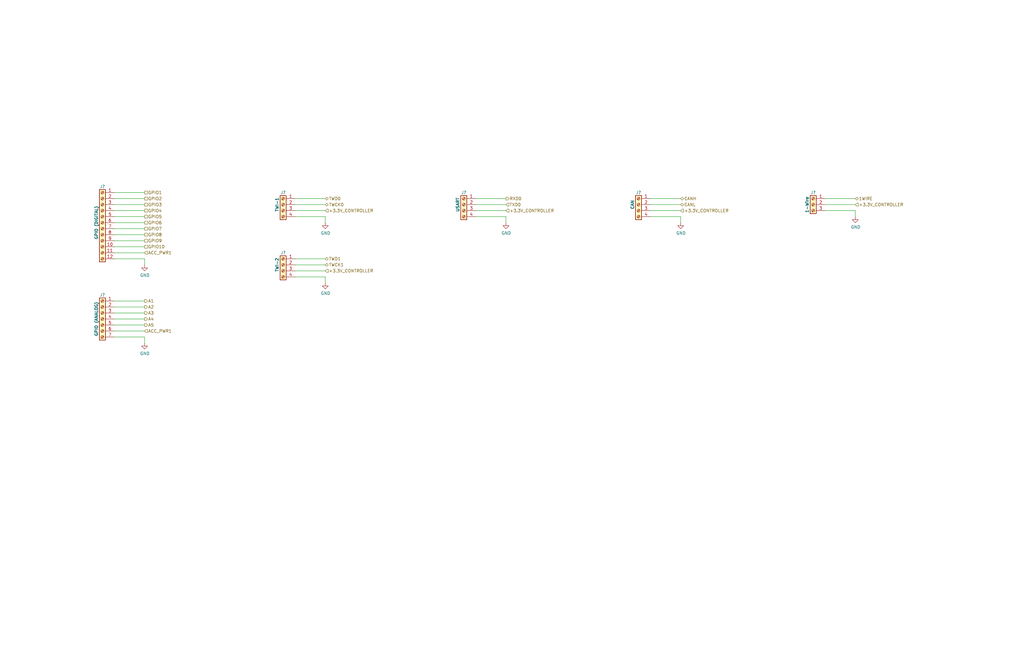
<source format=kicad_sch>
(kicad_sch (version 20230121) (generator eeschema)
  (paper "B")
  (title_block (title "Power Distribution Board, Dionysus") (rev "alpha") (comment 1 "J. LENDI") (comment 2 "PROTOTYPE - ALPHA"))
  (lib_symbols
    (symbol "Connector:Screw_Terminal_01x03" (pin_names (offset 1.016) hide)
      (property "Reference" "J" (at 0 5.08 0))
      (property "Value" "Screw_Terminal_01x03" (at 0 -5.08 0))
      (symbol "Screw_Terminal_01x03_1_1"
        (rectangle (start -1.27 3.81) (end 1.27 -3.81) (stroke (width 0.254)) (fill (type background)))
        (circle (center 0 -2.54) (radius 0.635) (stroke (width 0.1524)))
        (polyline (pts (xy -0.5334 -2.2098) (xy 0.3302 -3.048)) (stroke (width 0.1524)))
        (polyline (pts (xy -0.5334 0.3302) (xy 0.3302 -0.508)) (stroke (width 0.1524)))
        (polyline (pts (xy -0.5334 2.8702) (xy 0.3302 2.032)) (stroke (width 0.1524)))
        (polyline (pts (xy -0.3556 -2.032) (xy 0.508 -2.8702)) (stroke (width 0.1524)))
        (polyline (pts (xy -0.3556 0.508) (xy 0.508 -0.3302)) (stroke (width 0.1524)))
        (polyline (pts (xy -0.3556 3.048) (xy 0.508 2.2098)) (stroke (width 0.1524)))
        (circle (center 0 0) (radius 0.635) (stroke (width 0.1524)))
        (circle (center 0 2.54) (radius 0.635) (stroke (width 0.1524)))
        (pin passive line (at -5.08 2.54 0) (length 3.81) (name "Pin_1") (number "1"))
        (pin passive line (at -5.08 0 0) (length 3.81) (name "Pin_2") (number "2"))
        (pin passive line (at -5.08 -2.54 0) (length 3.81) (name "Pin_3") (number "3"))
      )
    )
    (symbol "Connector:Screw_Terminal_01x04" (pin_names (offset 1.016) hide)
      (property "Reference" "J" (at 0 5.08 0))
      (property "Value" "Screw_Terminal_01x04" (at 0 -7.62 0))
      (symbol "Screw_Terminal_01x04_1_1"
        (rectangle (start -1.27 3.81) (end 1.27 -6.35) (stroke (width 0.254)) (fill (type background)))
        (circle (center 0 -5.08) (radius 0.635) (stroke (width 0.1524)))
        (circle (center 0 -2.54) (radius 0.635) (stroke (width 0.1524)))
        (polyline (pts (xy -0.5334 -4.7498) (xy 0.3302 -5.588)) (stroke (width 0.1524)))
        (polyline (pts (xy -0.5334 -2.2098) (xy 0.3302 -3.048)) (stroke (width 0.1524)))
        (polyline (pts (xy -0.5334 0.3302) (xy 0.3302 -0.508)) (stroke (width 0.1524)))
        (polyline (pts (xy -0.5334 2.8702) (xy 0.3302 2.032)) (stroke (width 0.1524)))
        (polyline (pts (xy -0.3556 -4.572) (xy 0.508 -5.4102)) (stroke (width 0.1524)))
        (polyline (pts (xy -0.3556 -2.032) (xy 0.508 -2.8702)) (stroke (width 0.1524)))
        (polyline (pts (xy -0.3556 0.508) (xy 0.508 -0.3302)) (stroke (width 0.1524)))
        (polyline (pts (xy -0.3556 3.048) (xy 0.508 2.2098)) (stroke (width 0.1524)))
        (circle (center 0 0) (radius 0.635) (stroke (width 0.1524)))
        (circle (center 0 2.54) (radius 0.635) (stroke (width 0.1524)))
        (pin passive line (at -5.08 2.54 0) (length 3.81) (name "Pin_1") (number "1"))
        (pin passive line (at -5.08 0 0) (length 3.81) (name "Pin_2") (number "2"))
        (pin passive line (at -5.08 -2.54 0) (length 3.81) (name "Pin_3") (number "3"))
        (pin passive line (at -5.08 -5.08 0) (length 3.81) (name "Pin_4") (number "4"))
      )
    )
    (symbol "Connector:Screw_Terminal_01x07" (pin_names (offset 1.016) hide)
      (property "Reference" "J" (at 0 10.16 0))
      (property "Value" "Screw_Terminal_01x07" (at 0 -10.16 0))
      (symbol "Screw_Terminal_01x07_1_1"
        (rectangle (start -1.27 8.89) (end 1.27 -8.89) (stroke (width 0.254)) (fill (type background)))
        (circle (center 0 -7.62) (radius 0.635) (stroke (width 0.1524)))
        (circle (center 0 -5.08) (radius 0.635) (stroke (width 0.1524)))
        (circle (center 0 -2.54) (radius 0.635) (stroke (width 0.1524)))
        (polyline (pts (xy -0.5334 -7.2898) (xy 0.3302 -8.128)) (stroke (width 0.1524)))
        (polyline (pts (xy -0.5334 -4.7498) (xy 0.3302 -5.588)) (stroke (width 0.1524)))
        (polyline (pts (xy -0.5334 -2.2098) (xy 0.3302 -3.048)) (stroke (width 0.1524)))
        (polyline (pts (xy -0.5334 0.3302) (xy 0.3302 -0.508)) (stroke (width 0.1524)))
        (polyline (pts (xy -0.5334 2.8702) (xy 0.3302 2.032)) (stroke (width 0.1524)))
        (polyline (pts (xy -0.5334 5.4102) (xy 0.3302 4.572)) (stroke (width 0.1524)))
        (polyline (pts (xy -0.5334 7.9502) (xy 0.3302 7.112)) (stroke (width 0.1524)))
        (polyline (pts (xy -0.3556 -7.112) (xy 0.508 -7.9502)) (stroke (width 0.1524)))
        (polyline (pts (xy -0.3556 -4.572) (xy 0.508 -5.4102)) (stroke (width 0.1524)))
        (polyline (pts (xy -0.3556 -2.032) (xy 0.508 -2.8702)) (stroke (width 0.1524)))
        (polyline (pts (xy -0.3556 0.508) (xy 0.508 -0.3302)) (stroke (width 0.1524)))
        (polyline (pts (xy -0.3556 3.048) (xy 0.508 2.2098)) (stroke (width 0.1524)))
        (polyline (pts (xy -0.3556 5.588) (xy 0.508 4.7498)) (stroke (width 0.1524)))
        (polyline (pts (xy -0.3556 8.128) (xy 0.508 7.2898)) (stroke (width 0.1524)))
        (circle (center 0 0) (radius 0.635) (stroke (width 0.1524)))
        (circle (center 0 2.54) (radius 0.635) (stroke (width 0.1524)))
        (circle (center 0 5.08) (radius 0.635) (stroke (width 0.1524)))
        (circle (center 0 7.62) (radius 0.635) (stroke (width 0.1524)))
        (pin passive line (at -5.08 7.62 0) (length 3.81) (name "Pin_1") (number "1"))
        (pin passive line (at -5.08 5.08 0) (length 3.81) (name "Pin_2") (number "2"))
        (pin passive line (at -5.08 2.54 0) (length 3.81) (name "Pin_3") (number "3"))
        (pin passive line (at -5.08 0 0) (length 3.81) (name "Pin_4") (number "4"))
        (pin passive line (at -5.08 -2.54 0) (length 3.81) (name "Pin_5") (number "5"))
        (pin passive line (at -5.08 -5.08 0) (length 3.81) (name "Pin_6") (number "6"))
        (pin passive line (at -5.08 -7.62 0) (length 3.81) (name "Pin_7") (number "7"))
      )
    )
    (symbol "Connector:Screw_Terminal_01x12" (pin_names (offset 1.016) hide)
      (property "Reference" "J" (at 0 15.24 0))
      (property "Value" "Screw_Terminal_01x12" (at 0 -17.78 0))
      (symbol "Screw_Terminal_01x12_1_1"
        (rectangle (start -1.27 13.97) (end 1.27 -16.51) (stroke (width 0.254)) (fill (type background)))
        (circle (center 0 -15.24) (radius 0.635) (stroke (width 0.1524)))
        (circle (center 0 -12.7) (radius 0.635) (stroke (width 0.1524)))
        (circle (center 0 -10.16) (radius 0.635) (stroke (width 0.1524)))
        (circle (center 0 -7.62) (radius 0.635) (stroke (width 0.1524)))
        (circle (center 0 -5.08) (radius 0.635) (stroke (width 0.1524)))
        (circle (center 0 -2.54) (radius 0.635) (stroke (width 0.1524)))
        (polyline (pts (xy -0.5334 -14.9098) (xy 0.3302 -15.748)) (stroke (width 0.1524)))
        (polyline (pts (xy -0.5334 -12.3698) (xy 0.3302 -13.208)) (stroke (width 0.1524)))
        (polyline (pts (xy -0.5334 -9.8298) (xy 0.3302 -10.668)) (stroke (width 0.1524)))
        (polyline (pts (xy -0.5334 -7.2898) (xy 0.3302 -8.128)) (stroke (width 0.1524)))
        (polyline (pts (xy -0.5334 -4.7498) (xy 0.3302 -5.588)) (stroke (width 0.1524)))
        (polyline (pts (xy -0.5334 -2.2098) (xy 0.3302 -3.048)) (stroke (width 0.1524)))
        (polyline (pts (xy -0.5334 0.3302) (xy 0.3302 -0.508)) (stroke (width 0.1524)))
        (polyline (pts (xy -0.5334 2.8702) (xy 0.3302 2.032)) (stroke (width 0.1524)))
        (polyline (pts (xy -0.5334 5.4102) (xy 0.3302 4.572)) (stroke (width 0.1524)))
        (polyline (pts (xy -0.5334 7.9502) (xy 0.3302 7.112)) (stroke (width 0.1524)))
        (polyline (pts (xy -0.5334 10.4902) (xy 0.3302 9.652)) (stroke (width 0.1524)))
        (polyline (pts (xy -0.5334 13.0302) (xy 0.3302 12.192)) (stroke (width 0.1524)))
        (polyline (pts (xy -0.3556 -14.732) (xy 0.508 -15.5702)) (stroke (width 0.1524)))
        (polyline (pts (xy -0.3556 -12.192) (xy 0.508 -13.0302)) (stroke (width 0.1524)))
        (polyline (pts (xy -0.3556 -9.652) (xy 0.508 -10.4902)) (stroke (width 0.1524)))
        (polyline (pts (xy -0.3556 -7.112) (xy 0.508 -7.9502)) (stroke (width 0.1524)))
        (polyline (pts (xy -0.3556 -4.572) (xy 0.508 -5.4102)) (stroke (width 0.1524)))
        (polyline (pts (xy -0.3556 -2.032) (xy 0.508 -2.8702)) (stroke (width 0.1524)))
        (polyline (pts (xy -0.3556 0.508) (xy 0.508 -0.3302)) (stroke (width 0.1524)))
        (polyline (pts (xy -0.3556 3.048) (xy 0.508 2.2098)) (stroke (width 0.1524)))
        (polyline (pts (xy -0.3556 5.588) (xy 0.508 4.7498)) (stroke (width 0.1524)))
        (polyline (pts (xy -0.3556 8.128) (xy 0.508 7.2898)) (stroke (width 0.1524)))
        (polyline (pts (xy -0.3556 10.668) (xy 0.508 9.8298)) (stroke (width 0.1524)))
        (polyline (pts (xy -0.3556 13.208) (xy 0.508 12.3698)) (stroke (width 0.1524)))
        (circle (center 0 0) (radius 0.635) (stroke (width 0.1524)))
        (circle (center 0 2.54) (radius 0.635) (stroke (width 0.1524)))
        (circle (center 0 5.08) (radius 0.635) (stroke (width 0.1524)))
        (circle (center 0 7.62) (radius 0.635) (stroke (width 0.1524)))
        (circle (center 0 10.16) (radius 0.635) (stroke (width 0.1524)))
        (circle (center 0 12.7) (radius 0.635) (stroke (width 0.1524)))
        (pin passive line (at -5.08 12.7 0) (length 3.81) (name "Pin_1") (number "1"))
        (pin passive line (at -5.08 -10.16 0) (length 3.81) (name "Pin_10") (number "10"))
        (pin passive line (at -5.08 -12.7 0) (length 3.81) (name "Pin_11") (number "11"))
        (pin passive line (at -5.08 -15.24 0) (length 3.81) (name "Pin_12") (number "12"))
        (pin passive line (at -5.08 10.16 0) (length 3.81) (name "Pin_2") (number "2"))
        (pin passive line (at -5.08 7.62 0) (length 3.81) (name "Pin_3") (number "3"))
        (pin passive line (at -5.08 5.08 0) (length 3.81) (name "Pin_4") (number "4"))
        (pin passive line (at -5.08 2.54 0) (length 3.81) (name "Pin_5") (number "5"))
        (pin passive line (at -5.08 0 0) (length 3.81) (name "Pin_6") (number "6"))
        (pin passive line (at -5.08 -2.54 0) (length 3.81) (name "Pin_7") (number "7"))
        (pin passive line (at -5.08 -5.08 0) (length 3.81) (name "Pin_8") (number "8"))
        (pin passive line (at -5.08 -7.62 0) (length 3.81) (name "Pin_9") (number "9"))
      )
    )
    (symbol "power:GND" (power) (pin_names (offset 0))
      (property "Value" "GND" (at 0 -3.81 0))
      (symbol "GND_0_1"
        (polyline (pts (xy 0 0) (xy 0 -1.27) (xy 1.27 -1.27) (xy 0 -2.54) (xy -1.27 -1.27) (xy 0 -1.27)))
      )
      (symbol "GND_1_1"
        (pin power_in line (at 0 0 270) (length 0) hide (name "GND") (number "1"))
      )
    )
  )
  (wire (pts (xy 48.26 132.08) (xy 60.96 132.08)))
  (wire (pts (xy 48.26 101.6) (xy 60.96 101.6)))
  (wire (pts (xy 48.26 99.06) (xy 60.96 99.06)))
  (wire (pts (xy 274.32 91.44) (xy 287.02 91.44)))
  (wire (pts (xy 48.26 139.7) (xy 60.96 139.7)))
  (wire (pts (xy 124.46 83.82) (xy 137.16 83.82)))
  (wire (pts (xy 48.26 104.14) (xy 60.96 104.14)))
  (wire (pts (xy 200.66 91.44) (xy 213.36 91.44)))
  (wire (pts (xy 48.26 109.22) (xy 60.96 109.22)))
  (wire (pts (xy 287.02 93.98) (xy 287.02 91.44)))
  (wire (pts (xy 124.46 88.9) (xy 137.16 88.9)))
  (wire (pts (xy 347.98 86.36) (xy 360.68 86.36)))
  (wire (pts (xy 48.26 93.98) (xy 60.96 93.98)))
  (wire (pts (xy 124.46 109.22) (xy 137.16 109.22)))
  (wire (pts (xy 124.46 111.76) (xy 137.16 111.76)))
  (wire (pts (xy 48.26 129.54) (xy 60.96 129.54)))
  (wire (pts (xy 360.68 91.44) (xy 360.68 88.9)))
  (wire (pts (xy 48.26 88.9) (xy 60.96 88.9)))
  (wire (pts (xy 124.46 116.84) (xy 137.16 116.84)))
  (wire (pts (xy 48.26 91.44) (xy 60.96 91.44)))
  (wire (pts (xy 124.46 91.44) (xy 137.16 91.44)))
  (wire (pts (xy 60.96 144.78) (xy 60.96 142.24)))
  (wire (pts (xy 124.46 86.36) (xy 137.16 86.36)))
  (wire (pts (xy 48.26 106.68) (xy 60.96 106.68)))
  (wire (pts (xy 124.46 114.3) (xy 137.16 114.3)))
  (wire (pts (xy 347.98 83.82) (xy 360.68 83.82)))
  (wire (pts (xy 200.66 86.36) (xy 213.36 86.36)))
  (wire (pts (xy 48.26 127) (xy 60.96 127)))
  (wire (pts (xy 137.16 93.98) (xy 137.16 91.44)))
  (wire (pts (xy 347.98 88.9) (xy 360.68 88.9)))
  (wire (pts (xy 213.36 93.98) (xy 213.36 91.44)))
  (wire (pts (xy 274.32 88.9) (xy 287.02 88.9)))
  (wire (pts (xy 48.26 86.36) (xy 60.96 86.36)))
  (wire (pts (xy 200.66 88.9) (xy 213.36 88.9)))
  (wire (pts (xy 274.32 83.82) (xy 287.02 83.82)))
  (wire (pts (xy 48.26 134.62) (xy 60.96 134.62)))
  (wire (pts (xy 274.32 86.36) (xy 287.02 86.36)))
  (wire (pts (xy 48.26 83.82) (xy 60.96 83.82)))
  (wire (pts (xy 137.16 119.38) (xy 137.16 116.84)))
  (wire (pts (xy 200.66 83.82) (xy 213.36 83.82)))
  (wire (pts (xy 48.26 137.16) (xy 60.96 137.16)))
  (wire (pts (xy 48.26 142.24) (xy 60.96 142.24)))
  (wire (pts (xy 48.26 81.28) (xy 60.96 81.28)))
  (wire (pts (xy 48.26 96.52) (xy 60.96 96.52)))
  (wire (pts (xy 60.96 111.76) (xy 60.96 109.22)))
  (hierarchical_label "GPIO1" (shape passive) (at 60.96 81.28 0))
  (hierarchical_label "TXD0" (shape input) (at 213.36 86.36 0))
  (hierarchical_label "A2" (shape output) (at 60.96 129.54 0))
  (hierarchical_label "+3.3V_CONTROLLER" (shape input) (at 137.16 114.3 0))
  (hierarchical_label "GPIO4" (shape passive) (at 60.96 88.9 0))
  (hierarchical_label "TWD1" (shape bidirectional) (at 137.16 109.22 0))
  (hierarchical_label "TWCK1" (shape bidirectional) (at 137.16 111.76 0))
  (hierarchical_label "CANH" (shape bidirectional) (at 287.02 83.82 0))
  (hierarchical_label "RXD0" (shape output) (at 213.36 83.82 0))
  (hierarchical_label "1WIRE" (shape bidirectional) (at 360.68 83.82 0))
  (hierarchical_label "TWCK0" (shape bidirectional) (at 137.16 86.36 0))
  (hierarchical_label "A5" (shape output) (at 60.96 137.16 0))
  (hierarchical_label "+3.3V_CONTROLLER" (shape input) (at 360.68 86.36 0))
  (hierarchical_label "GPIO5" (shape passive) (at 60.96 91.44 0))
  (hierarchical_label "GPIO3" (shape passive) (at 60.96 86.36 0))
  (hierarchical_label "A3" (shape output) (at 60.96 132.08 0))
  (hierarchical_label "GPIO10" (shape passive) (at 60.96 104.14 0))
  (hierarchical_label "GPIO9" (shape passive) (at 60.96 101.6 0))
  (hierarchical_label "GPIO7" (shape passive) (at 60.96 96.52 0))
  (hierarchical_label "GPIO8" (shape passive) (at 60.96 99.06 0))
  (hierarchical_label "A4" (shape output) (at 60.96 134.62 0))
  (hierarchical_label "GPIO2" (shape passive) (at 60.96 83.82 0))
  (hierarchical_label "+3.3V_CONTROLLER" (shape input) (at 213.36 88.9 0))
  (hierarchical_label "GPIO6" (shape passive) (at 60.96 93.98 0))
  (hierarchical_label "ACC_PWR1" (shape input) (at 60.96 106.68 0))
  (hierarchical_label "CANL" (shape bidirectional) (at 287.02 86.36 0))
  (hierarchical_label "ACC_PWR1" (shape input) (at 60.96 139.7 0))
  (hierarchical_label "+3.3V_CONTROLLER" (shape input) (at 287.02 88.9 0))
  (hierarchical_label "+3.3V_CONTROLLER" (shape input) (at 137.16 88.9 0))
  (hierarchical_label "A1" (shape output) (at 60.96 127 0))
  (hierarchical_label "TWD0" (shape bidirectional) (at 137.16 83.82 0))
  (symbol (lib_id "power:GND") (at 137.16 93.98 0) (unit 1)
    (property "Reference" "#PWR053" (effects hide))
    (property "Value" "GND" (at 137.287 98.3742 0))
    (instances (project "Dionysus-Power Distribution Board" (path "" (reference "#PWR053") (unit 1))) (project "Power Distribution Board" (path "" (reference "#PWR0176") (unit 1))))
  )
  (symbol (lib_id "power:GND") (at 360.68 91.44 0) (unit 1)
    (property "Reference" "#PWR057" (effects hide))
    (property "Value" "GND" (at 360.807 95.8342 0))
    (instances (project "Dionysus-Power Distribution Board" (path "" (reference "#PWR057") (unit 1))) (project "Power Distribution Board" (path "" (reference "#PWR0180") (unit 1))))
  )
  (symbol (lib_id "power:GND") (at 137.16 119.38 0) (unit 1)
    (property "Reference" "#PWR054" (effects hide))
    (property "Value" "GND" (at 137.287 123.7742 0))
    (instances (project "Dionysus-Power Distribution Board" (path "" (reference "#PWR054") (unit 1))) (project "Power Distribution Board" (path "" (reference "#PWR0177") (unit 1))))
  )
  (symbol (lib_id "Connector:Screw_Terminal_01x03") (at 342.9 86.36 0) (mirror y) (unit 1)
    (property "Reference" "J?" (at 342.9 81.28 0))
    (property "Value" "1-Wire" (at 340.36 86.36 90) (effects (font bold)))
    (property "Footprint" "TerminalBlock_Phoenix:TerminalBlock_Phoenix_MKDS-1,5-3_1x03_P5.00mm_Horizontal" (effects hide))
    (instances (project "Dionysus-Power Distribution Board" (path "" (reference "J?") (unit 1))) (project "Power Distribution Board" (path "" (reference "J33") (unit 1))))
  )
  (symbol (lib_id "Connector:Screw_Terminal_01x04") (at 195.58 86.36 0) (mirror y) (unit 1)
    (property "Reference" "J?" (at 195.58 81.28 0))
    (property "Value" "USART" (at 193.04 86.36 90) (effects (font bold)))
    (instances (project "Dionysus-Power Distribution Board" (path "" (reference "J?") (unit 1))) (project "Power Distribution Board" (path "" (reference "J6") (unit 1)) (path "" (reference "J?") (unit 1))))
  )
  (symbol (lib_id "power:GND") (at 60.96 144.78 0) (unit 1)
    (property "Reference" "#PWR052" (effects hide))
    (property "Value" "GND" (at 61.087 149.1742 0))
    (instances (project "Dionysus-Power Distribution Board" (path "" (reference "#PWR052") (unit 1))) (project "Power Distribution Board" (path "" (reference "#PWR0175") (unit 1))))
  )
  (symbol (lib_id "Connector:Screw_Terminal_01x12") (at 43.18 93.98 0) (mirror y) (unit 1)
    (property "Reference" "J?" (at 43.18 78.74 0))
    (property "Value" "GPIO (DIGITAL)" (at 40.64 93.98 90) (effects (font bold)))
    (instances (project "Dionysus-Power Distribution Board" (path "" (reference "J?") (unit 1))) (project "Power Distribution Board" (path "" (reference "J2") (unit 1)) (path "" (reference "J?") (unit 1))))
  )
  (symbol (lib_id "Connector:Screw_Terminal_01x04") (at 269.24 86.36 0) (mirror y) (unit 1)
    (property "Reference" "J?" (at 269.24 81.28 0))
    (property "Value" "CAN" (at 266.7 86.36 90) (effects (font bold)))
    (instances (project "Dionysus-Power Distribution Board" (path "" (reference "J?") (unit 1))) (project "Power Distribution Board" (path "" (reference "J31") (unit 1)) (path "" (reference "J?") (unit 1))))
  )
  (symbol (lib_id "power:GND") (at 60.96 111.76 0) (unit 1)
    (property "Reference" "#PWR051" (effects hide))
    (property "Value" "GND" (at 61.087 116.1542 0))
    (instances (project "Dionysus-Power Distribution Board" (path "" (reference "#PWR051") (unit 1))) (project "Power Distribution Board" (path "" (reference "#PWR0174") (unit 1))))
  )
  (symbol (lib_id "Connector:Screw_Terminal_01x04") (at 119.38 86.36 0) (mirror y) (unit 1)
    (property "Reference" "J?" (at 119.38 81.28 0))
    (property "Value" "TWI-1" (at 116.84 86.36 90) (effects (font bold)))
    (instances (project "Dionysus-Power Distribution Board" (path "" (reference "J?") (unit 1))) (project "Power Distribution Board" (path "" (reference "J4") (unit 1)) (path "" (reference "J?") (unit 1))))
  )
  (symbol (lib_id "Connector:Screw_Terminal_01x04") (at 119.38 111.76 0) (mirror y) (unit 1)
    (property "Reference" "J?" (at 119.38 106.68 0))
    (property "Value" "TWI-2" (at 116.84 111.76 90) (effects (font bold)))
    (instances (project "Dionysus-Power Distribution Board" (path "" (reference "J?") (unit 1))) (project "Power Distribution Board" (path "" (reference "J5") (unit 1)) (path "" (reference "J?") (unit 1))))
  )
  (symbol (lib_id "Connector:Screw_Terminal_01x07") (at 43.18 134.62 0) (mirror y) (unit 1)
    (property "Reference" "J?" (at 43.18 124.46 0))
    (property "Value" "GPIO (ANALOG)" (at 40.64 134.62 90) (effects (font bold)))
    (instances (project "Dionysus-Power Distribution Board" (path "" (reference "J?") (unit 1))) (project "Power Distribution Board" (path "" (reference "J3") (unit 1))))
  )
  (symbol (lib_id "power:GND") (at 213.36 93.98 0) (unit 1)
    (property "Reference" "#PWR055" (effects hide))
    (property "Value" "GND" (at 213.487 98.3742 0))
    (instances (project "Dionysus-Power Distribution Board" (path "" (reference "#PWR055") (unit 1))) (project "Power Distribution Board" (path "" (reference "#PWR0178") (unit 1))))
  )
  (symbol (lib_id "power:GND") (at 287.02 93.98 0) (unit 1)
    (property "Reference" "#PWR056" (effects hide))
    (property "Value" "GND" (at 287.147 98.3742 0))
    (instances (project "Dionysus-Power Distribution Board" (path "" (reference "#PWR056") (unit 1))) (project "Power Distribution Board" (path "" (reference "#PWR0179") (unit 1))))
  )
)
</source>
